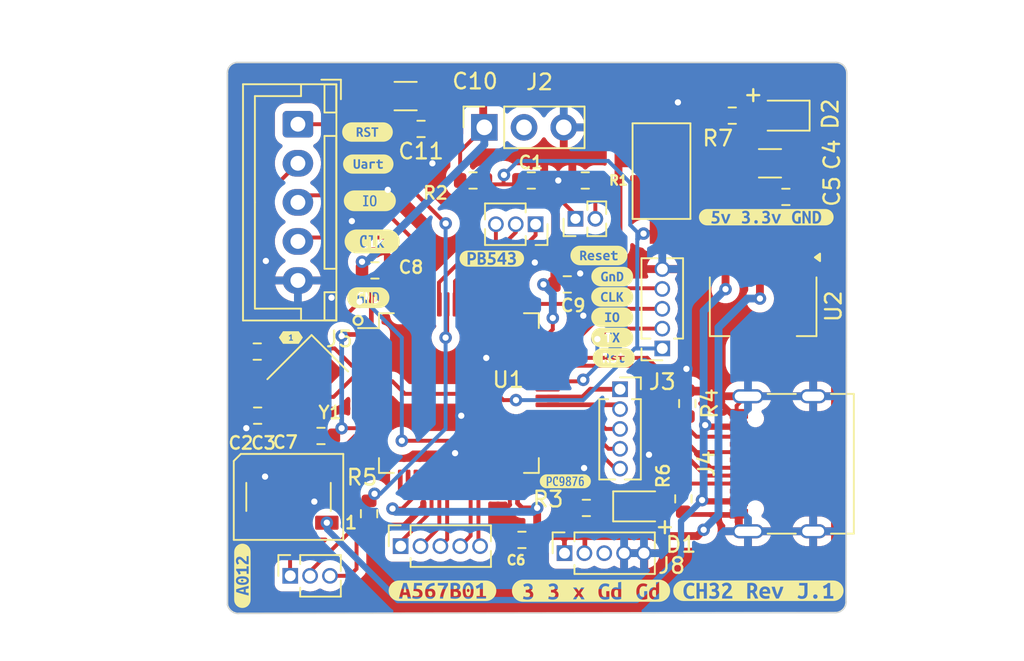
<source format=kicad_pcb>
(kicad_pcb (version 20240108) (generator "pcbnew") (generator_version "8.0")
  (layers (0 "F.Cu" signal) (31 "B.Cu" signal) (34 "B.Paste" user) (35 "F.Paste" user) (36 "B.SilkS" user "B.Silkscreen") (37 "F.SilkS" user "F.Silkscreen") (38 "B.Mask" user) (39 "F.Mask" user) (44 "Edge.Cuts" user))
  (net 0 "")
  (net 1 "+3.3V")
  (net 2 "SWIO_DIR_3V")
  (net 4 "Net-(U1-PF0)")
  (net 5 "Net-(U1-PF1)")
  (net 9 "GND")
  (net 14 "OUT_UART_TX")
  (net 15 "OUT_UART_RX")
  (net 18 "UART_TX")
  (net 20 "D-")
  (net 21 "D+")
  (net 22 "SWDIO")
  (net 23 "SWDCLK")
  (net 29 "INOUT_NRESET")
  (net 30 "OUT_SWDIO")
  (net 31 "OUT_SWDCLK")
  (net 32 "Net-(D1-K)")
  (net 33 "IN_FORCE_DFU")
  (net 35 "Net-(J4-CC2)")
  (net 36 "Net-(J4-CC1)")
  (net 38 "NRESET")
  (net 43 "Net-(U1-PA4)")
  (net 44 "INOUT_SWO")
  (net 45 "Net-(D2-A)")
  (net 46 "Net-(J2_DFU1-Pin_2)")
  (net 47 "Net-(U1-PB13)")
  (net 50 "VBUS")
  (net 51 "PA6")
  (net 52 "PA5")
  (net 53 "PB0")
  (net 54 "PA7")
  (net 55 "PB1")
  (net 56 "PB5")
  (net 57 "PB4")
  (net 58 "PB3")
  (net 60 "PA1")
  (net 61 "PA2")
  (net 62 "PA0")
  (net 63 "PB15")
  (net 64 "PC8")
  (net 65 "PC6")
  (net 66 "PC9")
  (net 67 "PC7")
  (footprint "Connector_PinHeader_1.27mm:PinHeader_1x02_P1.27mm_Vertical" (layer "F.Cu") (at 138.005025 75.294975 90)
    (property "Reference" "J2_DFU1" (hide yes))
    (property "Value" "con2")
  )
  (footprint "Connector_PinSocket_1.27mm:PinSocket_1x05_P1.27mm_Vertical" (layer "F.Cu") (at 137.305025 96.694975 90)
    (property "Reference" "J8")
    (property "Value" "Debug port")
  )
  (footprint "Capacitor_SMD:C_1206_3216Metric_Pad1.33x1.80mm_HandSolder" (layer "F.Cu") (at 127.142525 67.444975 180)
    (property "Reference" "C10")
    (property "Value" "100u" (hide yes))
  )
  (footprint "Resistor_SMD:R_0603_1608Metric" (layer "F.Cu") (at 138.7 93.8 180)
    (property "Reference" "R3")
    (property "Value" "330")
  )
  (footprint "Package_TO_SOT_SMD:SOT-223" (layer "F.Cu") (at 150.005025 80.894975 -90)
    (property "Reference" "U2")
    (property "Value" "LM1117-3.3")
  )
  (footprint "kibuzzard-686A736C" (layer "F.Cu") (at 124.755025 80.344975)
    (property "Reference" "kibuzzard-686A736C" (hide yes))
    (property "Value" "G***" (hide yes))
  )
  (footprint "kibuzzard-6731069B" (layer "F.Cu") (at 125.005025 76.744975)
    (property "Reference" "kibuzzard-6731069B" (hide yes))
    (property "Value" "G***" (hide yes))
  )
  (footprint "Resistor_SMD:R_0603_1608Metric" (layer "F.Cu") (at 134.580025 95.844975 180)
    (property "Reference" "C6")
    (property "Value" "100n")
  )
  (footprint "Resistor_SMD:R_0603_1608Metric" (layer "F.Cu") (at 128.130025 69.544975 180)
    (property "Reference" "C11")
    (property "Value" "100n" (hide yes))
  )
  (footprint "Resistor_SMD:R_0603_1608Metric" (layer "F.Cu") (at 138.630025 72.844975 180)
    (property "Reference" "R1")
    (property "Value" "1k")
  )
  (footprint "Button_Switch_SMD:SW_SPST_CK_RS282G05A3" (layer "F.Cu") (at 143.505025 72.244975 90)
    (property "Reference" "RST1" (hide yes))
    (property "Value" "SW_DIP_x01")
  )
  (footprint "Resistor_SMD:R_0603_1608Metric" (layer "F.Cu") (at 121.730025 89.194975 180)
    (property "Reference" "C7")
    (property "Value" "100n")
  )
  (footprint "kibuzzard-67135D9A" (layer "F.Cu") (at 116.705025 98.144975 90)
    (property "Reference" "kibuzzard-67135D9A" (hide yes))
    (property "Value" "G***" (hide yes))
  )
  (footprint "kibuzzard-65C1C8EE" (layer "F.Cu") (at 140.355025 80.294975)
    (property "Reference" "kibuzzard-65C1C8EE" (hide yes))
    (property "Value" "G***" (hide yes))
  )
  (footprint "kibuzzard-68694355" (layer "F.Cu") (at 137.355025 92.094975)
    (property "Reference" "kibuzzard-68694355" (hide yes))
    (property "Value" "G***" (hide yes))
  )
  (footprint "Resistor_SMD:R_0603_1608Metric" (layer "F.Cu") (at 145.155025 87.119975 -90)
    (property "Reference" "R4")
    (property "Value" "5.1k")
  )
  (footprint "Diode_SMD:D_0805_2012Metric" (layer "F.Cu") (at 151.292525 68.694975 180)
    (property "Reference" "D2")
    (property "Value" "LED")
  )
  (footprint "kibuzzard-67ECD9AB" (layer "F.Cu") (at 132.655025 77.844975)
    (property "Reference" "kibuzzard-67ECD9AB" (hide yes))
    (property "Value" "G***" (hide yes))
  )
  (footprint "Resistor_SMD:R_0603_1608Metric" (layer "F.Cu") (at 135.180025 72.844975)
    (property "Reference" "C1")
    (property "Value" "100n")
  )
  (footprint "Connector_PinSocket_1.27mm:PinSocket_1x03_P1.27mm_Vertical" (layer "F.Cu") (at 119.765025 98.144975 90)
    (property "Reference" "J7" (hide yes))
    (property "Value" "Conn_01x03_Pin" (hide yes))
  )
  (footprint "kibuzzard-65C1C9D7" (layer "F.Cu") (at 139.505025 77.644975)
    (property "Reference" "kibuzzard-65C1C9D7" (hide yes))
    (property "Value" "G***" (hide yes))
  )
  (footprint "Diode_SMD:D_0805_2012Metric" (layer "F.Cu") (at 142.1 93.7)
    (property "Reference" "D1")
    (property "Value" "LED")
  )
  (footprint "Resistor_SMD:R_0603_1608Metric" (layer "F.Cu") (at 151.457525 73.894975)
    (property "Reference" "C5")
    (property "Value" "100n")
  )
  (footprint "kibuzzard-671361D3" (layer "F.Cu") (at 119.805025 82.894975)
    (property "Reference" "kibuzzard-671361D3" (hide yes))
    (property "Value" "G***" (hide yes))
  )
  (footprint "Connector_PinSocket_1.27mm:PinSocket_1x03_P1.27mm_Vertical" (layer "F.Cu") (at 135.455025 75.644975 -90)
    (property "Reference" "J9" (hide yes))
    (property "Value" "Conn_01x03_Pin" (hide yes))
  )
  (footprint "Resistor_SMD:R_0603_1608Metric" (layer "F.Cu") (at 125.180025 78.6)
    (property "Reference" "C8")
    (property "Value" "100n")
  )
  (footprint "kibuzzard-6714FD4B" (layer "F.Cu") (at 139 99.1)
    (property "Reference" "kibuzzard-6714FD4B" (hide yes))
    (property "Value" "G***" (hide yes))
  )
  (footprint "kibuzzard-65C1C972" (layer "F.Cu") (at 140.455025 84.194975)
    (property "Reference" "kibuzzard-65C1C972" (hide yes))
    (property "Value" "G***" (hide yes))
  )
  (footprint "kibuzzard-65C1C789" (layer "F.Cu") (at 140.355025 78.994975)
    (property "Reference" "kibuzzard-65C1C789" (hide yes))
    (property "Value" "G***" (hide yes))
  )
  (footprint "Resistor_SMD:R_0603_1608Metric" (layer "F.Cu") (at 131.455025 72.844975)
    (property "Reference" "R2")
    (property "Value" "10k")
  )
  (footprint "Resistor_SMD:R_0603_1608Metric" (layer "F.Cu") (at 117.680025 87.894975 180)
    (property "Reference" "C3")
    (property "Value" "22pf")
  )
  (footprint "Resistor_SMD:R_0603_1608Metric" (layer "F.Cu") (at 148.030025 68.694975)
    (property "Reference" "R7")
    (property "Value" "330")
  )
  (footprint "kibuzzard-67135D50" (layer "F.Cu") (at 150.205025 75.194975)
    (property "Reference" "kibuzzard-67135D50" (hide yes))
    (property "Value" "G***" (hide yes))
  )
  (footprint "kibuzzard-65C1C918" (layer "F.Cu") (at 140.355025 81.594975)
    (property "Reference" "kibuzzard-65C1C918" (hide yes))
    (property "Value" "G***" (hide yes))
  )
  (footprint "footprints:Crystal_SMD_TXC_7M-4Pin_3.2x2.5mm_45deg" (layer "F.Cu") (at 120.881802 85.316117 180)
    (property "Reference" "Y1")
    (property "Value" "8Mhz")
  )
  (footprint "kibuzzard-6714FD27" (layer "F.Cu") (at 129.5 99.1)
    (property "Reference" "kibuzzard-6714FD27" (hide yes))
    (property "Value" "G***" (hide yes))
  )
  (footprint "LED_SMD:LED_WS2812B_PLCC4_5.0x5.0mm_P3.2mm" (layer "F.Cu") (at 119.655025 93.094975 180)
    (property "Reference" "D3" (hide yes))
    (property "Value" "WS2812B" (hide yes))
  )
  (footprint "Resistor_SMD:R_0603_1608Metric" (layer "F.Cu") (at 137.480025 79.494975)
    (property "Reference" "C9")
    (property "Value" "100n")
  )
  (footprint "Connector_PinSocket_1.27mm:PinSocket_1x05_P1.27mm_Vertical" (layer "F.Cu") (at 140.855025 86.204975)
    (property "Reference" "J10" (hide yes))
    (property "Value" "Debug port" (hide yes))
  )
  (footprint "kibuzzard-67137B7B" (layer "F.Cu") (at 124.755025 71.794975)
    (property "Reference" "kibuzzard-67137B7B" (hide yes))
    (property "Value" "G***" (hide yes))
  )
  (footprint "Connector_PinSocket_1.27mm:PinSocket_1x05_P1.27mm_Vertical" (layer "F.Cu") (at 143.555025 83.594975 180)
    (property "Reference" "J3")
    (property "Value" "Dbg")
  )
  (footprint "kibuzzard-65C1C92F" (layer "F.Cu") (at 140.355025 82.894975)
    (property "Reference" "kibuzzard-65C1C92F" (hide yes))
    (property "Value" "G***" (hide yes))
  )
  (footprint "kibuzzard-6869421E" (layer "F.Cu") (at 149.7 99.1)
    (property "Reference" "kibuzzard-6869421E" (hide yes))
    (property "Value" "G***" (hide yes))
  )
  (footprint "Resistor_SMD:R_0603_1608Metric" (layer "F.Cu") (at 117.655025 83.794975 180)
    (property "Reference" "C2")
    (property "Value" "22pf")
  )
  (footprint "Resistor_SMD:R_0603_1608Metric" (layer "F.Cu") (at 124.805025 94.169975 -90)
    (property "Reference" "R5")
    (property "Value" "1k" (hide yes))
  )
  (footprint "Connector_JST:JST_XH_B5B-XH-A_1x05_P2.50mm_Vertical" (layer "F.Cu") (at 120.255025 69.244975 -90)
    (property "Reference" "J5")
    (property "Value" "Debug port" (hide yes))
  )
  (footprint "Package_QFP:LQFP-64_10x10mm_P0.5mm" (layer "F.Cu") (at 130.55 86.45)
    (property "Reference" "U1")
    (property "Value" "CH32V303RCT6")
  )
  (footprint "Resistor_SMD:R_0603_1608Metric" (layer "F.Cu") (at 144.905025 93.219975 90)
    (property "Reference" "R6")
    (property "Value" "5.1k")
  )
  (footprint "kibuzzard-67137B47" (layer "F.Cu") (at 124.705025 69.744975)
    (property "Reference" "kibuzzard-67137B47" (hide yes))
    (property "Value" "G***" (hide yes))
  )
  (footprint "Connector_PinSocket_2.54mm:PinSocket_1x03_P2.54mm_Vertical" (layer "F.Cu") (at 132.175025 69.444975 90)
    (property "Reference" "J2")
    (property "Value" "Conn_01x03_Pin")
  )
  (footprint "Connector_USB:USB_C_Receptacle_Palconn_UTC16-G" (layer "F.Cu") (at 150.965025 90.974975 90)
    (property "Reference" "J4")
    (property "Value" "USB" (hide yes))
  )
  (footprint "Capacitor_SMD:C_1206_3216Metric_Pad1.33x1.80mm_HandSolder" (layer "F.Cu") (at 150.442525 71.744975)
    (property "Reference" "C4")
    (property "Value" "100u")
  )
  (footprint "kibuzzard-67310708" (layer "F.Cu") (at 124.855025 74.144975)
    (property "Reference" "kibuzzard-67310708" (hide yes))
    (property "Value" "G***" (hide yes))
  )
  (footprint "Connector_PinSocket_1.27mm:PinSocket_1x05_P1.27mm_Vertical" (layer "F.Cu") (at 126.825025 96.244975 90)
    (property "Reference" "J6" (hide yes))
    (property "Value" "Debug port" (hide yes))
  )
  (gr_circle (center 124.1 81.8) (end 123.9 81.6) (stroke (width 0.15)) (fill none) (layer "F.SilkS"))
  (gr_line (start 116.455025 100.544975) (end 154.61005 100.5) (stroke (width 0.1)) (layer "Edge.Cuts"))
  (gr_line (start 115.75 65.994975) (end 115.755025 99.999991) (stroke (width 0.1)) (layer "Edge.Cuts"))
  (gr_arc (start 154.655025 65.294975) (mid 155.149992 65.500008) (end 155.355025 65.994975) (stroke (width 0.1)) (layer "Edge.Cuts"))
  (gr_line (start 154.655025 65.294975) (end 116.355025 65.294975) (stroke (width 0.1)) (layer "Edge.Cuts"))
  (gr_arc (start 116.453849 100.552826) (mid 116.005025 100.394975) (end 115.753849 99.990908) (stroke (width 0.1)) (layer "Edge.Cuts"))
  (gr_arc (start 155.31005 99.8) (mid 155.105025 100.294975) (end 154.61005 100.5) (stroke (width 0.1)) (layer "Edge.Cuts"))
  (gr_line (start 155.305025 99.794975) (end 155.355025 65.994975) (stroke (width 0.1)) (layer "Edge.Cuts"))
  (gr_arc (start 115.75 65.994975) (mid 115.907541 65.519673) (end 116.355025 65.294975) (stroke (width 0.1)) (layer "Edge.Cuts"))
  (gr_text "+" (at 148.655025 67.894975 0) (layer "F.SilkS") (effects (font (size 1 1)) (justify left bottom)))
  (gr_text "+" (at 143.005025 95.544975 0) (layer "F.SilkS") (effects (font (size 1 1)) (justify left bottom)))
  (segment (start 134.594975 93.794975) (end 134.3 93.5) (width 0.3) (layer "F.Cu") (net 1))
  (segment (start 130.630025 72.844975) (end 130.630025 70.989975) (width 0.25) (layer "F.Cu") (net 1))
  (segment (start 150.055025 73.894975) (end 150.632525 73.894975) (width 0.25) (layer "F.Cu") (net 1))
  (segment (start 147.255025 69.044975) (end 147.255025 73.630025) (width 0.5) (layer "F.Cu") (net 1))
  (segment (start 128.955025 69.544975) (end 128.955025 67.694975) (width 0.25) (layer "F.Cu") (net 1))
  (segment (start 135.555025 93.794975) (end 134.594975 93.794975) (width 0.3) (layer "F.Cu") (net 1))
  (segment (start 135.555025 93.794975) (end 135.555025 95.594975) (width 0.5) (layer "F.Cu") (net 1))
  (segment (start 123.15 82.7) (end 123.055025 82.794975) (width 0.3) (layer "F.Cu") (net 1))
  (segment (start 124.95 82.625) (end 124.875 82.7) (width 0.3) (layer "F.Cu") (net 1))
  (segment (start 124.875 82.7) (end 123.15 82.7) (width 0.3) (layer "F.Cu") (net 1))
  (segment (start 140.755025 77.094975) (end 140.755025 68.814267) (width 0.5) (layer "F.Cu") (net 1))
  (segment (start 126.922789 93.844975) (end 126.155025 93.844975) (width 0.25) (layer "F.Cu") (net 1))
  (segment (start 132.105025 67.882475) (end 132.105025 69.207475) (width 0.5) (layer "F.Cu") (net 1))
  (segment (start 139.585733 67.644975) (end 128.905025 67.644975) (width 0.5) (layer "F.Cu") (net 1))
  (segment (start 147.305025 71.744975) (end 147.255025 71.794975) (width 0.5) (layer "F.Cu") (net 1))
  (segment (start 135.55 95.6) (end 145.8 95.6) (width 0.5) (layer "F.Cu") (net 1))
  (segment (start 124.355025 79.344975) (end 124.355025 78.6) (width 0.3) (layer "F.Cu") (net 1))
  (segment (start 134.3 93.5) (end 134.3 92.125) (width 0.3) (layer "F.Cu") (net 1))
  (segment (start 124.875 88.7) (end 123.05 88.7) (width 0.25) (layer "F.Cu") (net 1))
  (segment (start 123.05 88.7) (end 122.555025 89.194975) (width 0.25) (layer "F.Cu") (net 1))
  (segment (start 136.655025 79.494975) (end 136.655025 78.394975) (width 0.5) (layer "F.Cu") (net 1))
  (segment (start 127.8 92.125) (end 127.8 92.967764) (width 0.25) (layer "F.Cu") (net 1))
  (segment (start 149.8 80.4) (end 149.8 77.9) (width 0.5) (layer "F.Cu") (net 1))
  (segment (start 124.355025 79.344975) (end 124.95 79.93995) (width 0.3) (layer "F.Cu") (net 1))
  (segment (start 140.755025 68.814267) (end 139.585733 67.644975) (width 0.5) (layer "F.Cu") (net 1))
  (segment (start 138.605025 96.592975) (end 138.605025 95.794975) (width 0.3) (layer "F.Cu") (net 1))
  (segment (start 145.8 95.6) (end 146.2 95.2) (width 0.5) (layer "F.Cu") (net 1))
  (segment (start 147.255025 73.630025) (end 149.6 75.975) (width 0.5) (layer "F.Cu") (net 1))
  (segment (start 148.880025 72.719975) (end 150.055025 73.894975) (width 0.25) (layer "F.Cu") (net 1))
  (segment (start 148.880025 71.744975) (end 148.880025 72.719975) (width 0.25) (layer "F.Cu") (net 1))
  (segment (start 124.95 79.93995) (end 124.95 82.625) (width 0.3) (layer "F.Cu") (net 1))
  (segment (start 125.78505 80.775) (end 126.8 80.775) (width 0.25) (layer "F.Cu") (net 1))
  (segment (start 136.555025 81.644975) (end 136.555025 82.369975) (width 0.25) (layer "F.Cu") (net 1))
  (segment (start 136.655025 78.394975) (end 137.805025 77.244975) (width 0.5) (layer "F.Cu") (net 1))
  (segment (start 137.3 96.7) (end 137.3 95.8) (width 0.3) (layer "F.Cu") (net 1))
  (segment (start 143 95.802) (end 143 93.7375) (width 0.25) (layer "F.Cu") (net 1))
  (segment (start 124.355025 79.344975) (end 125.78505 80.775) (width 0.25) (layer "F.Cu") (net 1))
  (segment (start 137.3 95.8) (end 137.1 95.6) (width 0.4) (layer "F.Cu") (net 1))
  (segment (start 149.6 75.975) (end 149.6 76.9) (width 0.5) (layer "F.Cu") (net 1))
  (segment (start 130.630025 70.989975) (end 132.125025 69.494975) (width 0.25) (layer "F.Cu") (net 1))
  (segment (start 137.805025 77.244975) (end 140.605025 77.244975) (width 0.5) (layer "F.Cu") (net 1))
  (segment (start 140.605025 77.244975) (end 140.755025 77.094975) (width 0.5) (layer "F.Cu") (net 1))
  (segment (start 135.555025 95.594975) (end 135.55 95.6) (width 0.5) (layer "F.Cu") (net 1))
  (segment (start 127.8 92.967764) (end 126.922789 93.844975) (width 0.25) (layer "F.Cu") (net 1))
  (segment (start 148.880025 71.744975) (end 147.305025 71.744975) (width 0.5) (layer "F.Cu") (net 1))
  (segment (start 140.855025 71.744975) (end 148.055025 71.744975) (width 0.5) (layer "F.Cu") (net 1))
  (segment (start 136.555025 82.369975) (end 136.225 82.7) (width 0.25) (layer "F.Cu") (net 1))
  (via (at 135.955025 79.494975) (size 0.8) (drill 0.4) (layers "F.Cu" "B.Cu") (net 1))
  (via (at 126.305025 93.844975) (size 0.8) (drill 0.4) (layers "F.Cu" "B.Cu") (net 1))
  (via (at 149.8 80.4) (size 0.8) (drill 0.4) (layers "F.Cu" "B.Cu") (net 1))
  (via (at 124.355025 78.044975) (size 0.8) (drill 0.4) (layers "F.Cu" "B.Cu") (net 1))
  (via (at 146.2 95.2) (size 0.8) (drill 0.4) (layers "F.Cu" "B.Cu") (net 1))
  (via (at 123.055025 82.794975) (size 0.8) (drill 0.4) (layers "F.Cu" "B.Cu") (net 1))
  (via (at 136.555025 81.644975) (size 0.8) (drill 0.4) (layers "F.Cu" "B.Cu") (net 1))
  (via (at 123.05 88.7) (size 0.8) (drill 0.4) (layers "F.Cu" "B.Cu") (net 1))
  (via (at 135.555025 93.794975) (size 0.8) (drill 0.4) (layers "F.Cu" "B.Cu") (net 1))
  (segment (start 126.305025 93.844975) (end 126.51005 94.05) (width 0.5) (layer "B.Cu") (net 1))
  (segment (start 132.175025 69.444975) (end 132.175025 70.544975) (width 0.5) (layer "B.Cu") (net 1))
  (segment (start 147.15 94.25) (end 147.15 82.25) (width 0.5) (layer "B.Cu") (net 1))
  (segment (start 149 80.4) (end 149.8 80.4) (width 0.5) (layer "B.Cu") (net 1))
  (segment (start 126.51005 94.05) (end 135.3 94.05) (width 0.5) (layer "B.Cu") (net 1))
  (segment (start 123.055025 88.694975) (end 123.05 88.7) (width 0.3) (layer "B.Cu") (net 1))
  (segment (start 147.15 82.25) (end 149 80.4) (width 0.5) (layer "B.Cu") (net 1))
  (segment (start 123.055025 82.794975) (end 123.055025 88.694975) (width 0.3) (layer "B.Cu") (net 1))
  (segment (start 124.675025 78.044975) (end 124.355025 78.044975) (width 0.25) (layer "B.Cu") (net 1))
  (segment (start 136.555025 80.094975) (end 135.955025 79.494975) (width 0.5) (layer "B.Cu") (net 1))
  (segment (start 136.555025 81.644975) (end 136.555025 80.094975) (width 0.5) (layer "B.Cu") (net 1))
  (segment (start 135.3 94.05) (end 135.555025 93.794975) (width 0.5) (layer "B.Cu") (net 1))
  (segment (start 146.2 95.2) (end 147.15 94.25) (width 0.5) (layer "B.Cu") (net 1))
  (segment (start 132.175025 70.544975) (end 124.675025 78.044975) (width 0.5) (layer "B.Cu") (net 1))
  (segment (start 118.505025 83.694975) (end 120.816295 83.694975) (width 0.25) (layer "F.Cu") (net 4))
  (segment (start 123.71005 84.7) (end 122.605025 83.594975) (width 0.25) (layer "F.Cu") (net 4))
  (segment (start 124.875 84.7) (end 123.71005 84.7) (width 0.25) (layer "F.Cu") (net 4))
  (segment (start 122.605025 83.594975) (end 121.400863 83.594975) (width 0.25) (layer "F.Cu") (net 4))
  (segment (start 122.537261 86.694975) (end 120.705025 86.694975) (width 0.25) (layer "F.Cu") (net 5))
  (segment (start 119.505025 87.894975) (end 120.705025 86.694975) (width 0.25) (layer "F.Cu") (net 5))
  (segment (start 124.875 85.2) (end 124.032236 85.2) (width 0.25) (layer "F.Cu") (net 5))
  (segment (start 124.032236 85.2) (end 122.537261 86.694975) (width 0.25) (layer "F.Cu") (net 5))
  (segment (start 118.505025 87.894975) (end 119.505025 87.894975) (width 0.25) (layer "F.Cu") (net 5))
  (segment (start 152.230025 68.694975) (end 152.755025 68.694975) (width 0.5) (layer "F.Cu") (net 9))
  (segment (start 133.806 92.122) (end 133.806 93.594) (width 0.25) (layer "F.Cu") (net 9))
  (segment (start 143.555025 78.514975) (end 145.268 78.514975) (width 0.5) (layer "F.Cu") (net 9))
  (segment (start 153.305025 71.644975) (end 153.305025 76.169975) (width 0.5) (layer "F.Cu") (net 9))
  (segment (start 153.11 86.66) (end 154.56 86.66) (width 0.25) (layer "F.Cu") (net 9))
  (segment (start 126.455025 98.044975) (end 141.211025 98.044975) (width 0.5) (layer "F.Cu") (net 9))
  (segment (start 127.3 79.18995) (end 126.71005 78.6) (width 0.25) (layer "F.Cu") (net 9))
  (segment (start 142.405025 96.616975) (end 142.405025 97.972975) (width 0.5) (layer "F.Cu") (net 9))
  (segment (start 119.670102 85.325736) (end 122.074264 85.325736) (width 0.25) (layer "F.Cu") (net 9))
  (segment (start 134.305025 83.194975) (end 133.305025 83.194975) (width 0.5) (layer "F.Cu") (net 9))
  (segment (start 116.855025 85.594975) (end 116.957106 85.492894) (width 0.5) (layer "F.Cu") (net 9))
  (segment (start 148.31 94.18) (end 148.31 94.7) (width 0.25) (layer "F.Cu") (net 9))
  (segment (start 126.405025 98.094975) (end 126.455025 98.044975) (width 0.5) (layer "F.Cu") (net 9))
  (segment (start 148.31 87.78) (end 148.31 87.26) (width 0.25) (layer "F.Cu") (net 9))
  (segment (start 145.288 78.494975) (end 145.288 84.712) (width 0.5) (layer "F.Cu") (net 9))
  (segment (start 145.225 85.025) (end 145.1 84.9) (width 0.25) (layer "F.Cu") (net 9))
  (segment (start 133.255025 94.144975) (end 133.255025 97.844975) (width 0.3) (layer "F.Cu") (net 9))
  (segment (start 154.6 96.9) (end 154.6 95.3) (width 0.5) (layer "F.Cu") (net 9))
  (segment (start 145.268 78.514975) (end 145.288 78.494975) (width 0.25) (layer "F.Cu") (net 9))
  (segment (start 141.211025 98.044975) (end 141.256 98) (width 0.5) (layer "F.Cu") (net 9))
  (segment (start 130.7 87.9) (end 130.4 88.2) (width 0.25) (layer "F.Cu") (net 9))
  (segment (start 141.344 98) (end 153.5 98) (width 0.5) (layer "F.Cu") (net 9))
  (segment (start 154.6 95.3) (end 153.11 95.3) (width 0.5) (layer "F.Cu") (net 9))
  (segment (start 154.6 84.2) (end 154.6 86.7) (width 0.5) (layer "F.Cu") (net 9))
  (segment (start 134.5 83.2) (end 136.225 83.2) (width 0.25) (layer "F.Cu") (net 9))
  (segment (start 152.605025 73.894975) (end 153.305025 73.894975) (width 0.25) (layer "F.Cu") (net 9))
  (segment (start 154.56 86.66) (end 154.6 86.7) (width 0.25) (layer "F.Cu") (net 9))
  (segment (start 116.855025 85.594975) (end 116.855025 87.894975) (width 0.5) (layer "F.Cu") (net 9))
  (segment (start 133.806 93.594) (end 133.255025 94.144975) (width 0.3) (layer "F.Cu") (net 9))
  (segment (start 145.1 86.15) (end 145.1 85.15) (width 0.5) (layer "F.Cu") (net 9))
  (segment (start 127.3 80.775) (end 127.3 82.225) (width 0.25) (layer "F.Cu") (net 9))
  (segment (start 130.4 88.2) (end 124.875 88.2) (width 0.25) (layer "F.Cu") (net 9))
  (segment (start 152.755025 68.694975) (end 153.305025 69.244975) (width 0.5) (layer "F.Cu") (net 9))
  (segment (start 132.2 84.1) (end 132.3 84.2) (width 0.5) (layer "F.Cu") (net 9))
  (segment (start 141.155025 97.866975) (end 141.155025 96.822975) (width 0.4) (layer "F.Cu") (net 9))
  (segment (start 153.305025 69.244975) (end 153.305025 71.644975) (width 0.5) (layer "F.Cu") (net 9))
  (segment (start 154.05 83.65) (end 154.6 84.2) (width 0.5) (layer "F.Cu") (net 9))
  (segment (start 154.6 86.7) (end 154.6 95.3) (width 0.5) (layer "F.Cu") (net 9))
  (segment (start 153.305025 71.644975) (end 153.205025 71.744975) (width 0.5) (layer "F.Cu") (net 9))
  (segment (start 153.205025 71.744975) (end 152.005025 71.744975) (width 0.5) (layer "F.Cu") (net 9))
  (segment (start 127.375 82.375) (end 129.1 84.1) (width 0.5) (layer "F.Cu") (net 9))
  (segment (start 154.05 79.45) (end 154.05 83.65) (width 0.5) (layer "F.Cu") (net 9))
  (segment (start 116.957106 85.492894) (end 119.502944 85.492894) (width 0.5) (layer "F.Cu") (net 9))
  (segment (start 148.31 87.26) (end 148.91 86.66) (width 0.25) (layer "F.Cu") (net 9))
  (segment (start 148.91 86.66) (end 153.11 86.66) (width 0.25) (layer "F.Cu") (net 9))
  (segment (start 145.288 84.712) (end 145.1 84.9) (width 0.5) (layer "F.Cu") (net 9))
  (segment (start 144.555025 67.844975) (end 144.005025 67.844975) (width 0.25) (layer "F.Cu") (net 9))
  (segment (start 133.305025 83.194975) (end 132.3 84.2) (width 0.5) (layer "F.Cu") (net 9))
  (segment (start 153.3 76.175) (end 152.3 77.175) (width 0.5) (layer "F.Cu") (net 9))
  (segment (start 126.71005 78.6) (end 126.005025 78.6) (width 0.25) (layer "F.Cu") (net 9))
  (segment (start 148.31 94.7) (end 148.91 95.3) (width 0.25) (layer "F.Cu") (net 9))
  (segment (start 133.255025 97.844975) (end 133.1 98) (width 0.3) (layer "F.Cu") (net 9))
  (segment (start 153.5 98) (end 154.6 96.9) (width 0.5) (layer "F.Cu") (net 9))
  (segment (start 129.1 84.1) (end 132.2 84.1) (width 0.5) (layer "F.Cu") (net 9))
  (segment (start 148.91 95.3) (end 153.11 95.3) (width 0.25) (layer "F.Cu") (net 9))
  (segment (start 152.3 77.7) (end 154.05 79.45) (width 0.5) (layer "F.Cu") (net 9))
  (segment (start 147.99 87.79) (end 146.6 86.4) (width 0.4) (layer "F.Cu") (net 9))
  (segment (start 148.3 94.22) (end 145.17 94.22) (width 0.3) (layer "F.Cu") (net 9))
  (segment (start 127.3 80.775) (end 127.3 79.18995) (width 0.25) (layer "F.Cu") (net 9))
  (segment (start 116.855025 83.694975) (end 116.855025 85.594975) (width 0.5) (layer "F.Cu") (net 9))
  (segment (start 127.375 82.3) (end 127.375 82.375) (width 0.5) (layer "F.Cu") (net 9))
  (segment (start 146.6 86.4) (end 145.35 86.4) (width 0.4) (layer "F.Cu") (net 9))
  (via (at 121.305025 93.394975) (size 0.8) (drill 0.4) (layers "F.Cu" "B.Cu") (net 9))
  (via (at 138.505025 81.494975) (size 0.8) (drill 0.4) (layers "F.Cu" "B.Cu") (net 9))
  (via (at 138.555025 91.244975) (size 0.8) (drill 0.4) (layers "F.Cu" "B.Cu") (net 9))
  (via (at 145.1 84.9) (size 0.8) (drill 0.4) (layers "F.Cu" "B.Cu") (net 9))
  (via (at 144.555025 67.844975) (size 0.8) (drill 0.4) (layers "F.Cu" "B.Cu") (net 9))
  (via (at 118.155025 91.794975) (size 0.8) (drill 0.4) (layers "F.Cu" "B.Cu") (net 9))
  (via (at 132.3 84.2) (size 0.8) (drill 0.4) (layers "F.Cu" "B.Cu") (net 9))
  (via (at 128.855025 71.744975) (size 0.8) (drill 0.4) (layers "F.Cu" "B.Cu") (net 9))
  (via (at 130.7 87.9) (size 0.8) (drill 0.4) (layers "F.Cu" "B.Cu") (net 9))
  (via (at 136.905025 72.844975) (size 0.8) (drill 0.4) (layers "F.Cu" "B.Cu") (net 9))
  (via (at 135.405025 78.094975) (size 0.8) (drill 0.4) (layers "F.Cu" "B.Cu") (net 9))
  (via (at 138.305025 78.794975) (size 0.8) (drill 0.4) (layers "F.Cu" "B.Cu") (net 9))
  (via (at 130.305025 90.294975) (size 0.8) (drill 0.4) (layers "F.Cu" "B.Cu") (net 9))
  (via (at 126.005025 73.444975) (size 0.8) (drill 0.4) (layers "F.Cu" "B.Cu") (net 9))
  (via (at 118.205025 77.994975) (size 0.8) (drill 0.4) (layers "F.Cu" "B.Cu") (net 9))
  (via (at 122.405025 80.344975) (size 0.8) (drill 0.4) (layers "F.Cu" "B.Cu") (net 9))
  (via (at 142.705025 90.394975) (size 0.8) (drill 0.4) (layers "F.Cu" "B.Cu") (net 9))
  (via (at 123.705025 75.444975) (size 0.8) (drill 0.4) (layers "F.Cu" "B.Cu") (net 9))
  (via (at 116.955025 88.694975) (size 0.8) (drill 0.4) (layers "F.Cu" "B.Cu") (net 9))
  (segment (start 132.3 84.2) (end 132.3 84.15) (width 0.25) (layer "B.Cu") (net 9))
  (segment (start 132.35 84.2) (end 132.3 84.2) (width 0.25) (layer "B.Cu") (net 9))
  (segment (start 132.3 84.2) (end 132.3 87.8) (width 0.5) (layer "B.Cu") (net 9))
  (segment (start 132.3 84.2) (end 132.3 86.3) (width 0.25) (layer "B.Cu") (net 9))
  (segment (start 132.3 84.2) (end 133.5 83) (width 0.5) (layer "B.Cu") (net 9))
  (segment (start 132.3 86.3) (end 130.8 87.8) (width 0.25) (layer "B.Cu") (net 9))
  (segment (start 132.3 87.8) (end 136.6 92.1) (width 0.5) (layer "B.Cu") (net 9))
  (segment (start 143.505025 73.294975) (end 143.455025 73.244975) (width 0.4) (layer "B.Cu") (net 9))
  (segment (start 132.3 84.15) (end 132.375 84.225) (width 0.25) (layer "B.Cu") (net 9))
  (segment (start 117.055025 79.344975) (end 119.155025 81.444975) (width 0.25) (layer "F.Cu") (net 15))
  (segment (start 120.255025 71.744975) (end 117.055025 74.944975) (width 0.25) (layer "F.Cu") (net 15))
  (segment (start 117.055025 74.944975) (end 117.055025 79.344975) (width 0.25) (layer "F.Cu") (net 15))
  (segment (start 131.985 89.5) (end 126.9 89.5) (width 0.25) (layer "F.Cu") (net 15))
  (segment (start 119.155025 81.444975) (end 123.355025 81.444975) (width 0.25) (layer "F.Cu") (net 15))
  (segment (start 133.306 92.122) (end 133.306 90.821) (width 0.25) (layer "F.Cu") (net 15))
  (segment (start 133.306 90.821) (end 131.985 89.5) (width 0.25) (layer "F.Cu") (net 15))
  (segment (start 123.355025 81.444975) (end 124.2 80.6) (width 0.25) (layer "F.Cu") (net 15))
  (via (at 124.2 80.6) (size 0.8) (drill 0.4) (layers "F.Cu" "B.Cu") (net 15))
  (via (at 126.9 89.5) (size 0.8) (drill 0.4) (layers "F.Cu" "B.Cu") (net 15))
  (segment (start 126.9 82.9) (end 126.9 89.4) (width 0.25) (layer "B.Cu") (net 15))
  (segment (start 124.2 80.6) (end 124.6 80.6) (width 0.25) (layer "B.Cu") (net 15))
  (segment (start 124.6 80.6) (end 126.9 82.9) (width 0.25) (layer "B.Cu") (net 15))
  (segment (start 138.5 85.6) (end 138.4 85.7) (width 0.25) (layer "F.Cu") (net 18))
  (segment (start 138.4 85.7) (end 136.225 85.7) (width 0.25) (layer "F.Cu") (net 18))
  (segment (start 140.075025 82.324975) (end 143.555025 82.324975) (width 0.25) (layer "F.Cu") (net 18))
  (segment (start 139.405025 82.994975) (end 140.075025 82.324975) (width 0.25) (layer "F.Cu") (net 18))
  (via (at 139.405025 82.994975) (size 0.8) (drill 0.4) (layers "F.Cu" "B.Cu") (net 18))
  (via (at 138.5 85.6) (size 0.8) (drill 0.4) (layers "F.Cu" "B.Cu") (net 18))
  (segment (start 139.405025 82.994975) (end 139.405025 84.694975) (width 0.25) (layer "B.Cu") (net 18))
  (segment (start 139.405025 84.694975) (end 138.5 85.6) (width 0.25) (layer "B.Cu") (net 18))
  (segment (start 142.097 84.697) (end 136.231 84.697) (width 0.25) (layer "F.Cu") (net 20))
  (segment (start 143.55 86.15) (end 142.097 84.697) (width 0.25) (layer "F.Cu") (net 20))
  (segment (start 143.6 89) (end 146.33 91.73) (width 0.3) (layer "F.Cu") (net 20))
  (segment (start 143.6 86.2) (end 143.6 89) (width 0.3) (layer "F.Cu") (net 20))
  (segment (start 148.31 90.73) (end 149.83 90.73) (width 0.25) (layer "F.Cu") (net 20))
  (segment (start 150.2 91.5) (end 149.97 91.73) (width 0.3) (layer "F.Cu") (net 20))
  (segment (start 149.97 91.73) (end 146.33 91.73) (width 0.25) (layer "F.Cu") (net 20))
  (segment (start 150.2 91.1) (end 150.2 91.5) (width 0.3) (layer "F.Cu") (net 20))
  (segment (start 143.55 86.15) (end 143.6 86.2) (width 0.3) (layer "F.Cu") (net 20))
  (segment (start 149.83 90.73) (end 150.2 91.1) (width 0.3) (layer "F.Cu") (net 20))
  (segment (start 142.6 84.2) (end 142.6 84.197) (width 0.25) (layer "F.Cu") (net 21))
  (segment (start 144.2 85.8) (end 144.2 88.7) (width 0.3) (layer "F.Cu") (net 21))
  (segment (start 148.31 90.23) (end 145.73 90.23) (width 0.25) (layer "F.Cu") (net 21))
  (segment (start 145.73 90.33) (end 146.03 90.63) (width 0.3) (layer "F.Cu") (net 21))
  (segment (start 148.31 91.23) (end 146.63 91.23) (width 0.25) (layer "F.Cu") (net 21))
  (segment (start 146.63 91.23) (end 146.03 90.63) (width 0.3) (layer "F.Cu") (net 21))
  (segment (start 144.2 88.7) (end 145.73 90.23) (width 0.3) (layer "F.Cu") (net 21))
  (segment (start 142.6 84.197) (end 136.231 84.197) (width 0.25) (layer "F.Cu") (net 21))
  (segment (start 144.2 85.8) (end 142.6 84.2) (width 0.25) (layer "F.Cu") (net 21))
  (segment (start 145.73 90.23) (end 145.73 90.33) (width 0.2) (layer "F.Cu") (net 21))
  (segment (start 136.231 83.697) (end 137.453 83.697) (width 0.25) (layer "F.Cu") (net 22))
  (segment (start 137.453 83.697) (end 140.095025 81.054975) (width 0.25) (layer "F.Cu") (net 22))
  (segment (start 140.095025 81.054975) (end 143.555025 81.054975) (width 0.25) (layer "F.Cu") (net 22))
  (segment (start 134.3 80.775) (end 134.330025 80.744975) (width 0.25) (layer "F.Cu") (net 23))
  (segment (start 134.330025 80.744975) (end 138.705025 80.744975) (width 0.25) (layer "F.Cu") (net 23))
  (segment (start 139.705025 79.744975) (end 143.515025 79.744975) (width 0.25) (layer "F.Cu") (net 23))
  (segment (start 138.705025 80.744975) (end 139.705025 79.744975) (width 0.25) (layer "F.Cu") (net 23))
  (segment (start 129.8 82.8) (end 129.7 82.9) (width 0.25) (layer "F.Cu") (net 29))
  (segment (start 129.755025 75.644975) (end 123.355025 69.244975) (width 0.25) (layer "F.Cu") (net 29))
  (segment (start 123.355025 69.244975) (end 120.255025 69.244975) (width 0.25) (layer "F.Cu") (net 29))
  (segment (start 129.8 80.775) (end 129.8 82.8) (width 0.25) (layer "F.Cu") (net 29))
  (via (at 129.7 82.9) (size 0.8) (drill 0.4) (layers "F.Cu" "B.Cu") (net 29))
  (via (at 125.155025 92.894975) (size 0.8) (drill 0.4) (layers "F.Cu" "B.Cu") (net 29))
  (via (at 129.705025 75.594975) (size 0.8) (drill 0.4) (layers "F.Cu" "B.Cu") (net 29))
  (segment (start 129.7 75.6) (end 129.705025 75.594975) (width 0.25) (layer "B.Cu") (net 29))
  (segment (start 125.155025 92.894975) (end 125.52972 92.894975) (width 0.25) (layer "B.Cu") (net 29))
  (segment (start 129.7 88.724695) (end 129.7 82.9) (width 0.25) (layer "B.Cu") (net 29))
  (segment (start 125.52972 92.894975) (end 129.7 88.724695) (width 0.25) (layer "B.Cu") (net 29))
  (segment (start 129.7 82.9) (end 129.7 75.6) (width 0.25) (layer "B.Cu") (net 29))
  (segment (start 128.3 77.28995) (end 124.805025 73.794975) (width 0.25) (layer "F.Cu") (net 30))
  (segment (start 128.3 80.775) (end 128.3 77.28995) (width 0.25) (layer "F.Cu") (net 30))
  (segment (start 124.805025 73.794975) (end 120.705025 73.794975) (width 0.25) (layer "F.Cu") (net 30))
  (segment (start 127.806 78.29595) (end 126.005025 76.494975) (width 0.25) (layer "F.Cu") (net 31))
  (segment (start 127.806 80.772) (end 127.806 78.29595) (width 0.25) (layer "F.Cu") (net 31))
  (segment (start 126.005025 76.494975) (end 120.505025 76.494975) (width 0.25) (layer "F.Cu") (net 31))
  (segment (start 139.525 93.8) (end 141.3625 93.8) (width 0.25) (layer "F.Cu") (net 32))
  (segment (start 131.805025 74.094975) (end 131.255025 74.644975) (width 0.25) (layer "F.Cu") (net 33))
  (segment (start 131.255025 74.644975) (end 131.255025 77.394975) (width 0.25) (layer "F.Cu") (net 33))
  (segment (start 137.055025 74.094975) (end 131.805025 74.094975) (width 0.25) (layer "F.Cu") (net 33))
  (segment (start 138.005025 75.044975) (end 137.055025 74.094975) (width 0.25) (layer "F.Cu") (net 33))
  (segment (start 131.255025 77.394975) (end 129.275 79.375) (width 0.25) (layer "F.Cu") (net 33))
  (segment (start 129.275 79.375) (end 129.275 80.75) (width 0.25) (layer "F.Cu") (net 33))
  (segment (start 145.225 88.725) (end 145.225 87.925) (width 0.25) (layer "F.Cu") (net 35))
  (segment (start 148.44 89.24) (end 145.76 89.24) (width 0.25) (layer "F.Cu") (net 35))
  (segment (start 145.75 89.25) (end 145.225 88.725) (width 0.25) (layer "F.Cu") (net 35))
  (segment (start 148.44 92.24) (end 145.31 92.24) (width 0.25) (layer "F.Cu") (net 36))
  (segment (start 145.31 92.24) (end 145.075 92.475) (width 0.25) (layer "F.Cu") (net 36))
  (segment (start 127.1 86.5) (end 126.3 85.7) (width 0.25) (layer "F.Cu") (net 38))
  (segment (start 143.505025 76.144975) (end 142.455025 76.144975) (width 0.25) (layer "F.Cu") (net 38))
  (segment (start 133.405025 72.514975) (end 133.430025 72.489975) (width 0.25) (layer "F.Cu") (net 38))
  (segment (start 126.3 85.7) (end 124.875 85.7) (width 0.25) (layer "F.Cu") (net 38))
  (segment (start 133 86.5) (end 127.1 86.5) (width 0.25) (layer "F.Cu") (net 38))
  (segment (start 132.480025 73.094975) (end 133.405025 73.094975) (width 0.25) (layer "F.Cu") (net 38))
  (segment (start 142.455025 76.144975) (end 142.355025 76.244975) (width 0.25) (layer "F.Cu") (net 38))
  (segment (start 133.405025 73.094975) (end 133.405025 72.514975) (width 0.25) (layer "F.Cu") (net 38))
  (segment (start 133.4 86.9) (end 133 86.5) (width 0.25) (layer "F.Cu") (net 38))
  (segment (start 133.405025 73.094975) (end 134.105025 73.094975) (width 0.25) (layer "F.Cu") (net 38))
  (segment (start 134.2 86.9) (end 133.4 86.9) (width 0.25) (layer "F.Cu") (net 38))
  (via (at 134.2 86.9) (size 0.8) (drill 0.4) (layers "F.Cu" "B.Cu") (net 38))
  (via (at 142.355025 76.244975) (size 0.8) (drill 0.4) (layers "F.Cu" "B.Cu") (net 38))
  (via (at 133.430025 72.489975) (size 0.8) (drill 0.4) (layers "F.Cu" "B.Cu") (net 38))
  (segment (start 134.325025 71.594975) (end 140.105025 71.594975) (width 0.25) (layer "B.Cu") (net 38))
  (segment (start 141.955025 76.594975) (end 142.005025 76.594975) (width 0.25) (layer "B.Cu") (net 38))
  (segment (start 141.955025 76.144975) (end 141.955025 76.594975) (width 0.25) (layer "B.Cu") (net 38))
  (segment (start 141.955025 76.594975) (end 141.955025 83.594975) (width 0.25) (layer "B.Cu") (net 38))
  (segment (start 138.5 86.9) (end 141.805025 83.594975) (width 0.25) (layer "B.Cu") (net 38))
  (segment (start 142.005025 76.594975) (end 142.355025 76.244975) (width 0.25) (layer "B.Cu") (net 38))
  (segment (start 141.505025 75.694975) (end 141.955025 76.144975) (width 0.25) (layer "B.Cu") (net 38))
  (segment (start 133.430025 72.489975) (end 134.325025 71.594975) (width 0.25) (layer "B.Cu") (net 38))
  (segment (start 134.2 86.9) (end 138.5 86.9) (width 0.25) (layer "B.Cu") (net 38))
  (segment (start 140.105025 71.594975) (end 141.505025 72.994975) (width 0.25) (layer "B.Cu") (net 38))
  (segment (start 141.505025 72.994975) (end 141.505025 75.694975) (width 0.25) (layer "B.Cu") (net 38))
  (segment (start 141.805025 83.594975) (end 143.555025 83.594975) (width 0.25) (layer "B.Cu") (net 38))
  (segment (start 127.055025 94.944975) (end 124.805025 94.944975) (width 0.4) (layer "F.Cu") (net 43))
  (segment (start 128.275 93.725) (end 127.055025 94.944975) (width 0.4) (layer "F.Cu") (net 43))
  (segment (start 128.3 92.125) (end 128.3 93.45) (width 0.25) (layer "F.Cu") (net 43))
  (segment (start 128.275 93.475) (end 128.275 93.725) (width 0.4) (layer "F.Cu") (net 43))
  (segment (start 128.3 93.45) (end 128.275 93.475) (width 0.25) (layer "F.Cu") (net 43))
  (segment (start 149.142525 68.644975) (end 150.167525 68.644975) (width 0.4) (layer "F.Cu") (net 45))
  (segment (start 139.275025 75.294975) (end 139.275025 73.024975) (width 0.25) (layer "F.Cu") (net 46))
  (segment (start 137.605025 89.905025) (end 137.605025 93.405025) (width 0.25) (layer "F.Cu") (net 47))
  (segment (start 136.225 89.7) (end 137.4 89.7) (width 0.25) (layer "F.Cu") (net 47))
  (segment (start 137.605025 93.405025) (end 137.875 93.675) (width 0.25) (layer "F.Cu") (net 47))
  (segment (start 137.4 89.7) (end 137.605025 89.905025) (width 0.25) (layer "F.Cu") (net 47))
  (segment (start 147.6 79.8) (end 147.6 77.8) (width 0.5) (layer "F.Cu") (net 50))
  (segment (start 146.2 88.6) (end 148.29 88.6) (width 0.4) (layer "F.Cu") (net 50))
  (segment (start 146.1 93.3) (end 146.2 93.3) (width 0.4) (layer "F.Cu") (net 50))
  (segment (start 146.18 93.38) (end 146.1 93.3) (width 0.4) (layer "F.Cu") (net 50))
  (segment (start 148.31 93.38) (end 146.18 93.38) (width 0.4) (layer "F.Cu") (net 50))
  (via (at 147.6 79.8) (size 0.8) (drill 0.4) (layers "F.Cu" "B.Cu") (net 50))
  (via (at 146.1 93.3) (size 0.8) (drill 0.4) (layers "F.Cu" "B.Cu") (net 50))
  (via (at 122.105025 94.744975) (size 0.8) (drill 0.4) (layers "F.Cu" "B.Cu") (net 50))
  (via (at 146.3 88.5) (size 0.8) (drill 0.4) (layers "F.Cu" "B.Cu") (net 50))
  (segment (start 141.905025 99.694975) (end 126.655025 99.694975) (width 0.4) (layer "B.Cu") (net 50))
  (segment (start 146.1 93.3) (end 144.755025 94.644975) (width 0.4) (layer "B.Cu") (net 50))
  (segment (start 122.120025 95.159975) (end 122.120025 94.759975) (width 0.4) (layer "B.Cu") (net 50))
  (segment (start 144.755025 94.644975) (end 144.755025 96.844975) (width 0.4) (layer "B.Cu") (net 50))
  (segment (start 146.2 93.3) (end 146.2 81.2) (width 0.5) (layer "B.Cu") (net 50))
  (segment (start 146.2 81.2) (end 147.6 79.8) (width 0.5) (layer "B.Cu") (net 50))
  (segment (start 126.655025 99.694975) (end 122.120025 95.159975) (width 0.4) (layer "B.Cu") (net 50))
  (segment (start 122.120025 94.759975) (end 122.105025 94.744975) (width 0.4) (layer "B.Cu") (net 50))
  (segment (start 144.755025 96.844975) (end 141.905025 99.694975) (width 0.4) (layer "B.Cu") (net 50))
  (segment (start 128.095025 96.244975) (end 129.3 95.04) (width 0.25) (layer "F.Cu") (net 51))
  (segment (start 129.3 95.04) (end 129.3 92.125) (width 0.25) (layer "F.Cu") (net 51))
  (segment (start 128.8 94) (end 128.8 92.125) (width 0.25) (layer "F.Cu") (net 52))
  (segment (start 126.825025 95.974975) (end 128.8 94) (width 0.25) (layer "F.Cu") (net 52))
  (segment (start 131.3 95.58) (end 131.3 92.125) (width 0.25) (layer "F.Cu") (net 53))
  (segment (start 130.635025 96.244975) (end 131.3 95.58) (width 0.25) (layer "F.Cu") (net 53))
  (segment (start 129.365025 96.244975) (end 129.8 95.81) (width 0.25) (layer "F.Cu") (net 54))
  (segment (start 129.8 95.81) (end 129.8 92.125) (width 0.25) (layer "F.Cu") (net 54))
  (segment (start 131.8 96.13995) (end 131.8 92.125) (width 0.25) (layer "F.Cu") (net 55))
  (segment (start 132.915025 76.684975) (end 132.915025 75.644975) (width 0.25) (layer "F.Cu") (net 56))
  (segment (start 130.3 79.3) (end 132.915025 76.684975) (width 0.25) (layer "F.Cu") (net 56))
  (segment (start 130.3 80.775) (end 130.3 79.3) (width 0.25) (layer "F.Cu") (net 56))
  (segment (start 133.668629 76.644975) (end 133.705025 76.644975) (width 0.25) (layer "F.Cu") (net 57))
  (segment (start 134.185025 76.164975) (end 134.185025 75.644975) (width 0.25) (layer "F.Cu") (net 57))
  (segment (start 130.8 80.775) (end 130.8 79.513604) (width 0.25) (layer "F.Cu") (net 57))
  (segment (start 133.705025 76.644975) (end 134.185025 76.164975) (width 0.25) (layer "F.Cu") (net 57))
  (segment (start 130.8 79.513604) (end 133.668629 76.644975) (width 0.25) (layer "F.Cu") (net 57))
  (segment (start 133.855025 77.094975) (end 134.705025 77.094975) (width 0.25) (layer "F.Cu") (net 58))
  (segment (start 135.455025 76.344975) (end 135.455025 75.694975) (width 0.25) (layer "F.Cu") (net 58))
  (segment (start 134.705025 77.094975) (end 135.455025 76.344975) (width 0.25) (layer "F.Cu") (net 58))
  (segment (start 131.3 79.65) (end 133.855025 77.094975) (width 0.25) (layer "F.Cu") (net 58))
  (segment (start 131.3 80.775) (end 131.3 79.65) (width 0.25) (layer "F.Cu") (net 58))
  (segment (start 121.035025 97.864975) (end 123.555025 95.344975) (width 0.25) (layer "F.Cu") (net 60))
  (segment (start 123.555025 95.344975) (end 123.555025 90.177211) (width 0.25) (layer "F.Cu") (net 60))
  (segment (start 124.032236 89.7) (end 124.875 89.7) (width 0.25) (layer "F.Cu") (net 60))
  (segment (start 123.555025 90.177211) (end 124.032236 89.7) (width 0.25) (layer "F.Cu") (net 60))
  (segment (start 123.555025 98.144975) (end 124.005025 97.694975) (width 0.25) (layer "F.Cu") (net 61))
  (segment (start 124.005025 97.694975) (end 124.005025 90.994975) (width 0.25) (layer "F.Cu") (net 61))
  (segment (start 122.305025 98.144975) (end 123.555025 98.144975) (width 0.25) (layer "F.Cu") (net 61))
  (segment (start 124.005025 90.994975) (end 124.8 90.2) (width 0.25) (layer "F.Cu") (net 61))
  (segment (start 120.705025 90.294975) (end 119.755025 91.244975) (width 0.25) (layer "F.Cu") (net 62))
  (segment (start 119.755025 94.744975) (end 117.205025 94.744975) (width 0.25) (layer "F.Cu") (net 62))
  (segment (start 123.205025 89.894975) (end 122.805025 90.294975) (width 0.25) (layer "F.Cu") (net 62))
  (segment (start 119.755025 91.244975) (end 119.755025 98.134975) (width 0.25) (layer "F.Cu") (net 62))
  (segment (start 122.805025 90.294975) (end 120.705025 90.294975) (width 0.25) (layer "F.Cu") (net 62))
  (segment (start 123.205025 89.890815) (end 123.205025 89.894975) (width 0.25) (layer "F.Cu") (net 62))
  (segment (start 123.89584 89.2) (end 123.205025 89.890815) (width 0.25) (layer "F.Cu") (net 62))
  (segment (start 124.875 89.2) (end 123.89584 89.2) (width 0.25) (layer "F.Cu") (net 62))
  (segment (start 137.96005 88.7) (end 140.545025 91.284975) (width 0.25) (layer "F.Cu") (net 63))
  (segment (start 136.225 88.7) (end 137.96005 88.7) (width 0.25) (layer "F.Cu") (net 63))
  (segment (start 136.225 87.2) (end 140.58005 87.2) (width 0.3) (layer "F.Cu") (net 64))
  (segment (start 140.58005 87.2) (end 140.855025 87.474975) (width 0.3) (layer "F.Cu") (net 64))
  (segment (start 138.3 88.2) (end 140.114975 90.014975) (width 0.25) (layer "F.Cu") (net 65))
  (segment (start 140.114975 90.014975) (end 140.855025 90.014975) (width 0.25) (layer "F.Cu") (net 65))
  (segment (start 136.225 88.2) (end 138.3 88.2) (width 0.25) (layer "F.Cu") (net 65))
  (segment (start 136.225 86.7) (end 138.460661 86.7) (width 0.3) (layer "F.Cu") (net 66))
  (segment (start 138.955686 86.204975) (end 140.855025 86.204975) (width 0.3) (layer "F.Cu") (net 66))
  (segment (start 138.460661 86.7) (end 138.955686 86.204975) (width 0.3) (layer "F.Cu") (net 66))
  (segment (start 136.225 87.7) (end 138.9 87.7) (width 0.25) (layer "F.Cu") (net 67))
  (segment (start 138.9 87.7) (end 139.944975 88.744975) (width 0.25) (layer "F.Cu") (net 67))
  (segment (start 139.944975 88.744975) (end 140.855025 88.744975) (width 0.25) (layer "F.Cu") (net 67))
  (zone (net 9) (net_name "GND") (layer "F.Cu") (connect_pads (clearance 0.5)) (min_thickness 0.25) (fill yes (thermal_gap 0.5) (thermal_bridge_width 0.5))
    (polygon (pts (xy 102.405025 64.494975) (xy 157.005025 63.794975) (xy 157.905025 103.594975) (xy 101.205025 103.194975)))
  )
  (zone (net 9) (net_name "GND") (layer "B.Cu") (priority 1) (connect_pads (clearance 0.5)) (min_thickness 0.25) (fill yes (thermal_gap 0.5) (thermal_bridge_width 0.5))
    (polygon (pts (xy 103.105025 61.594975) (xy 160.905025 61.294975) (xy 166.705025 102.294975) (xy 103.205025 101.994975)))
  )
)
</source>
